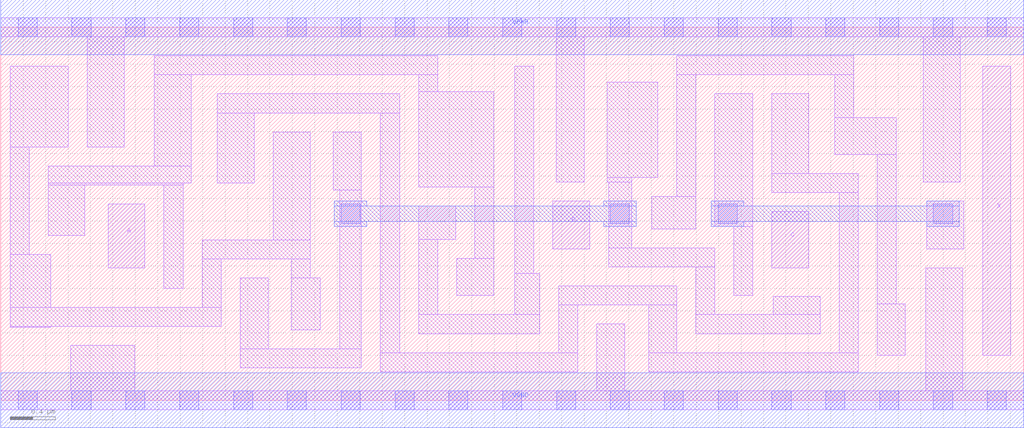
<source format=lef>
# Copyright 2020 The SkyWater PDK Authors
#
# Licensed under the Apache License, Version 2.0 (the "License");
# you may not use this file except in compliance with the License.
# You may obtain a copy of the License at
#
#     https://www.apache.org/licenses/LICENSE-2.0
#
# Unless required by applicable law or agreed to in writing, software
# distributed under the License is distributed on an "AS IS" BASIS,
# WITHOUT WARRANTIES OR CONDITIONS OF ANY KIND, either express or implied.
# See the License for the specific language governing permissions and
# limitations under the License.
#
# SPDX-License-Identifier: Apache-2.0

VERSION 5.7 ;
  NAMESCASESENSITIVE ON ;
  NOWIREEXTENSIONATPIN ON ;
  DIVIDERCHAR "/" ;
  BUSBITCHARS "[]" ;
UNITS
  DATABASE MICRONS 200 ;
END UNITS
MACRO sky130_fd_sc_ls__xor3_1
  CLASS CORE ;
  SOURCE USER ;
  FOREIGN sky130_fd_sc_ls__xor3_1 ;
  ORIGIN  0.000000  0.000000 ;
  SIZE  9.120000 BY  3.330000 ;
  SYMMETRY X Y ;
  SITE unit ;
  PIN A
    ANTENNAGATEAREA  0.246000 ;
    DIRECTION INPUT ;
    USE SIGNAL ;
    PORT
      LAYER li1 ;
        RECT 0.960000 1.180000 1.285000 1.750000 ;
    END
  END A
  PIN B
    ANTENNAGATEAREA  0.693000 ;
    DIRECTION INPUT ;
    USE SIGNAL ;
    PORT
      LAYER li1 ;
        RECT 4.920000 1.350000 5.250000 1.780000 ;
    END
  END B
  PIN C
    ANTENNAGATEAREA  0.381000 ;
    DIRECTION INPUT ;
    USE SIGNAL ;
    PORT
      LAYER li1 ;
        RECT 6.875000 1.180000 7.205000 1.685000 ;
    END
  END C
  PIN X
    ANTENNADIFFAREA  0.541300 ;
    DIRECTION OUTPUT ;
    USE SIGNAL ;
    PORT
      LAYER li1 ;
        RECT 8.755000 0.400000 9.005000 2.980000 ;
    END
  END X
  PIN VGND
    DIRECTION INOUT ;
    SHAPE ABUTMENT ;
    USE GROUND ;
    PORT
      LAYER met1 ;
        RECT 0.000000 -0.245000 9.120000 0.245000 ;
    END
  END VGND
  PIN VPWR
    DIRECTION INOUT ;
    SHAPE ABUTMENT ;
    USE POWER ;
    PORT
      LAYER met1 ;
        RECT 0.000000 3.085000 9.120000 3.575000 ;
    END
  END VPWR
  OBS
    LAYER li1 ;
      RECT 0.000000 -0.085000 9.120000 0.085000 ;
      RECT 0.000000  3.245000 9.120000 3.415000 ;
      RECT 0.085000  0.650000 0.445000 0.660000 ;
      RECT 0.085000  0.660000 1.965000 0.830000 ;
      RECT 0.085000  0.830000 0.445000 1.300000 ;
      RECT 0.085000  1.300000 0.255000 2.260000 ;
      RECT 0.085000  2.260000 0.600000 2.980000 ;
      RECT 0.425000  1.470000 0.750000 1.920000 ;
      RECT 0.425000  1.920000 1.625000 1.940000 ;
      RECT 0.425000  1.940000 1.700000 2.090000 ;
      RECT 0.625000  0.085000 1.195000 0.490000 ;
      RECT 0.770000  2.260000 1.100000 3.245000 ;
      RECT 1.370000  2.090000 1.700000 2.905000 ;
      RECT 1.370000  2.905000 3.895000 3.075000 ;
      RECT 1.455000  1.000000 1.625000 1.920000 ;
      RECT 1.795000  0.830000 1.965000 1.260000 ;
      RECT 1.795000  1.260000 2.760000 1.430000 ;
      RECT 1.930000  1.940000 2.260000 2.565000 ;
      RECT 1.930000  2.565000 3.555000 2.735000 ;
      RECT 2.135000  0.290000 3.215000 0.460000 ;
      RECT 2.135000  0.460000 2.385000 1.090000 ;
      RECT 2.430000  1.430000 2.760000 2.395000 ;
      RECT 2.590000  0.630000 2.850000 1.090000 ;
      RECT 2.590000  1.090000 2.760000 1.260000 ;
      RECT 2.965000  1.875000 3.215000 2.395000 ;
      RECT 3.020000  0.460000 3.215000 1.875000 ;
      RECT 3.385000  0.255000 5.145000 0.425000 ;
      RECT 3.385000  0.425000 3.555000 2.565000 ;
      RECT 3.725000  0.595000 4.805000 0.765000 ;
      RECT 3.725000  0.765000 3.895000 1.435000 ;
      RECT 3.725000  1.435000 4.055000 1.735000 ;
      RECT 3.725000  1.905000 4.395000 2.755000 ;
      RECT 3.725000  2.755000 3.895000 2.905000 ;
      RECT 4.065000  0.935000 4.395000 1.265000 ;
      RECT 4.225000  1.265000 4.395000 1.905000 ;
      RECT 4.580000  0.765000 4.805000 1.130000 ;
      RECT 4.580000  1.130000 4.750000 2.980000 ;
      RECT 4.950000  1.950000 5.200000 3.245000 ;
      RECT 4.975000  0.425000 5.145000 0.850000 ;
      RECT 4.975000  0.850000 6.025000 1.020000 ;
      RECT 5.315000  0.085000 5.565000 0.680000 ;
      RECT 5.405000  1.950000 5.625000 1.990000 ;
      RECT 5.405000  1.990000 5.855000 2.840000 ;
      RECT 5.420000  1.190000 6.365000 1.360000 ;
      RECT 5.420000  1.360000 5.625000 1.950000 ;
      RECT 5.775000  0.255000 7.645000 0.425000 ;
      RECT 5.775000  0.425000 6.025000 0.850000 ;
      RECT 5.805000  1.530000 6.195000 1.820000 ;
      RECT 6.025000  1.820000 6.195000 2.905000 ;
      RECT 6.025000  2.905000 7.605000 3.075000 ;
      RECT 6.195000  0.595000 7.305000 0.765000 ;
      RECT 6.195000  0.765000 6.365000 1.190000 ;
      RECT 6.365000  1.550000 6.705000 2.735000 ;
      RECT 6.535000  0.935000 6.705000 1.550000 ;
      RECT 6.875000  1.855000 7.645000 2.025000 ;
      RECT 6.875000  2.025000 7.205000 2.735000 ;
      RECT 6.885000  0.765000 7.305000 0.925000 ;
      RECT 7.435000  2.195000 7.985000 2.525000 ;
      RECT 7.435000  2.525000 7.605000 2.905000 ;
      RECT 7.475000  0.425000 7.645000 1.855000 ;
      RECT 7.815000  0.400000 8.065000 0.860000 ;
      RECT 7.815000  0.860000 7.985000 2.195000 ;
      RECT 8.225000  1.950000 8.555000 3.245000 ;
      RECT 8.245000  0.085000 8.575000 1.180000 ;
      RECT 8.255000  1.350000 8.585000 1.780000 ;
    LAYER mcon ;
      RECT 0.155000 -0.085000 0.325000 0.085000 ;
      RECT 0.155000  3.245000 0.325000 3.415000 ;
      RECT 0.635000 -0.085000 0.805000 0.085000 ;
      RECT 0.635000  3.245000 0.805000 3.415000 ;
      RECT 1.115000 -0.085000 1.285000 0.085000 ;
      RECT 1.115000  3.245000 1.285000 3.415000 ;
      RECT 1.595000 -0.085000 1.765000 0.085000 ;
      RECT 1.595000  3.245000 1.765000 3.415000 ;
      RECT 2.075000 -0.085000 2.245000 0.085000 ;
      RECT 2.075000  3.245000 2.245000 3.415000 ;
      RECT 2.555000 -0.085000 2.725000 0.085000 ;
      RECT 2.555000  3.245000 2.725000 3.415000 ;
      RECT 3.035000 -0.085000 3.205000 0.085000 ;
      RECT 3.035000  1.580000 3.205000 1.750000 ;
      RECT 3.035000  3.245000 3.205000 3.415000 ;
      RECT 3.515000 -0.085000 3.685000 0.085000 ;
      RECT 3.515000  3.245000 3.685000 3.415000 ;
      RECT 3.995000 -0.085000 4.165000 0.085000 ;
      RECT 3.995000  3.245000 4.165000 3.415000 ;
      RECT 4.475000 -0.085000 4.645000 0.085000 ;
      RECT 4.475000  3.245000 4.645000 3.415000 ;
      RECT 4.955000 -0.085000 5.125000 0.085000 ;
      RECT 4.955000  3.245000 5.125000 3.415000 ;
      RECT 5.435000 -0.085000 5.605000 0.085000 ;
      RECT 5.435000  1.580000 5.605000 1.750000 ;
      RECT 5.435000  3.245000 5.605000 3.415000 ;
      RECT 5.915000 -0.085000 6.085000 0.085000 ;
      RECT 5.915000  3.245000 6.085000 3.415000 ;
      RECT 6.395000 -0.085000 6.565000 0.085000 ;
      RECT 6.395000  1.580000 6.565000 1.750000 ;
      RECT 6.395000  3.245000 6.565000 3.415000 ;
      RECT 6.875000 -0.085000 7.045000 0.085000 ;
      RECT 6.875000  3.245000 7.045000 3.415000 ;
      RECT 7.355000 -0.085000 7.525000 0.085000 ;
      RECT 7.355000  3.245000 7.525000 3.415000 ;
      RECT 7.835000 -0.085000 8.005000 0.085000 ;
      RECT 7.835000  3.245000 8.005000 3.415000 ;
      RECT 8.315000 -0.085000 8.485000 0.085000 ;
      RECT 8.315000  1.580000 8.485000 1.750000 ;
      RECT 8.315000  3.245000 8.485000 3.415000 ;
      RECT 8.795000 -0.085000 8.965000 0.085000 ;
      RECT 8.795000  3.245000 8.965000 3.415000 ;
    LAYER met1 ;
      RECT 2.975000 1.550000 3.265000 1.595000 ;
      RECT 2.975000 1.595000 5.665000 1.735000 ;
      RECT 2.975000 1.735000 3.265000 1.780000 ;
      RECT 5.375000 1.550000 5.665000 1.595000 ;
      RECT 5.375000 1.735000 5.665000 1.780000 ;
      RECT 6.335000 1.550000 6.625000 1.595000 ;
      RECT 6.335000 1.595000 8.545000 1.735000 ;
      RECT 6.335000 1.735000 6.625000 1.780000 ;
      RECT 8.255000 1.550000 8.545000 1.595000 ;
      RECT 8.255000 1.735000 8.545000 1.780000 ;
  END
END sky130_fd_sc_ls__xor3_1
END LIBRARY

</source>
